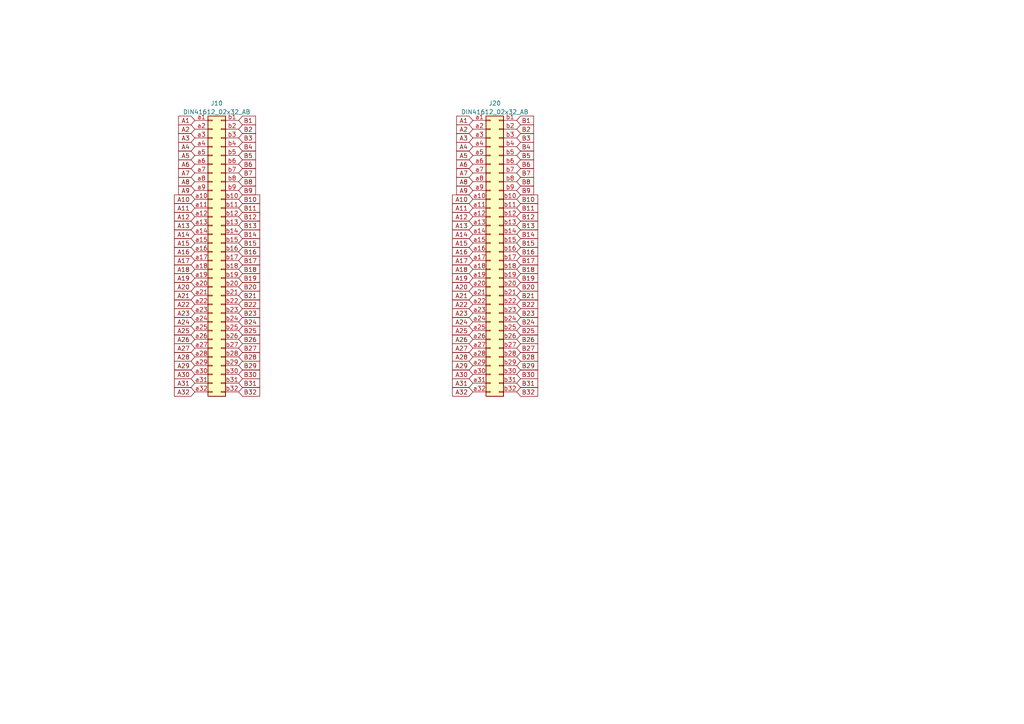
<source format=kicad_sch>
(kicad_sch (version 20211123) (generator eeschema)
  (paper "A4")
  (lib_symbols
    (symbol "Connector:DIN41612_02x32_AB" (pin_names (offset 1.016) hide)
      (property "Reference" "J" (at 1.27 40.64 0))
      (property "Value" "DIN41612_02x32_AB" (at 1.27 -43.18 0))
      (symbol "DIN41612_02x32_AB_1_1"
        (rectangle (start -1.27 -40.513) (end 0 -40.767) (stroke (width 0.1524)))
        (rectangle (start -1.27 -37.973) (end 0 -38.227) (stroke (width 0.1524)))
        (rectangle (start -1.27 -35.433) (end 0 -35.687) (stroke (width 0.1524)))
        (rectangle (start -1.27 -32.893) (end 0 -33.147) (stroke (width 0.1524)))
        (rectangle (start -1.27 -30.353) (end 0 -30.607) (stroke (width 0.1524)))
        (rectangle (start -1.27 -27.813) (end 0 -28.067) (stroke (width 0.1524)))
        (rectangle (start -1.27 -25.273) (end 0 -25.527) (stroke (width 0.1524)))
        (rectangle (start -1.27 -22.733) (end 0 -22.987) (stroke (width 0.1524)))
        (rectangle (start -1.27 -20.193) (end 0 -20.447) (stroke (width 0.1524)))
        (rectangle (start -1.27 -17.653) (end 0 -17.907) (stroke (width 0.1524)))
        (rectangle (start -1.27 -15.113) (end 0 -15.367) (stroke (width 0.1524)))
        (rectangle (start -1.27 -12.573) (end 0 -12.827) (stroke (width 0.1524)))
        (rectangle (start -1.27 -10.033) (end 0 -10.287) (stroke (width 0.1524)))
        (rectangle (start -1.27 -7.493) (end 0 -7.747) (stroke (width 0.1524)))
        (rectangle (start -1.27 -4.953) (end 0 -5.207) (stroke (width 0.1524)))
        (rectangle (start -1.27 -2.413) (end 0 -2.667) (stroke (width 0.1524)))
        (rectangle (start -1.27 0.127) (end 0 -0.127) (stroke (width 0.1524)))
        (rectangle (start -1.27 2.667) (end 0 2.413) (stroke (width 0.1524)))
        (rectangle (start -1.27 5.207) (end 0 4.953) (stroke (width 0.1524)))
        (rectangle (start -1.27 7.747) (end 0 7.493) (stroke (width 0.1524)))
        (rectangle (start -1.27 10.287) (end 0 10.033) (stroke (width 0.1524)))
        (rectangle (start -1.27 12.827) (end 0 12.573) (stroke (width 0.1524)))
        (rectangle (start -1.27 15.367) (end 0 15.113) (stroke (width 0.1524)))
        (rectangle (start -1.27 17.907) (end 0 17.653) (stroke (width 0.1524)))
        (rectangle (start -1.27 20.447) (end 0 20.193) (stroke (width 0.1524)))
        (rectangle (start -1.27 22.987) (end 0 22.733) (stroke (width 0.1524)))
        (rectangle (start -1.27 25.527) (end 0 25.273) (stroke (width 0.1524)))
        (rectangle (start -1.27 28.067) (end 0 27.813) (stroke (width 0.1524)))
        (rectangle (start -1.27 30.607) (end 0 30.353) (stroke (width 0.1524)))
        (rectangle (start -1.27 33.147) (end 0 32.893) (stroke (width 0.1524)))
        (rectangle (start -1.27 35.687) (end 0 35.433) (stroke (width 0.1524)))
        (rectangle (start -1.27 38.227) (end 0 37.973) (stroke (width 0.1524)))
        (rectangle (start -1.27 39.37) (end 3.81 -41.91) (stroke (width 0.254)) (fill (type background)))
        (rectangle (start 3.81 -40.513) (end 2.54 -40.767) (stroke (width 0.1524)))
        (rectangle (start 3.81 -37.973) (end 2.54 -38.227) (stroke (width 0.1524)))
        (rectangle (start 3.81 -35.433) (end 2.54 -35.687) (stroke (width 0.1524)))
        (rectangle (start 3.81 -32.893) (end 2.54 -33.147) (stroke (width 0.1524)))
        (rectangle (start 3.81 -30.353) (end 2.54 -30.607) (stroke (width 0.1524)))
        (rectangle (start 3.81 -27.813) (end 2.54 -28.067) (stroke (width 0.1524)))
        (rectangle (start 3.81 -25.273) (end 2.54 -25.527) (stroke (width 0.1524)))
        (rectangle (start 3.81 -22.733) (end 2.54 -22.987) (stroke (width 0.1524)))
        (rectangle (start 3.81 -20.193) (end 2.54 -20.447) (stroke (width 0.1524)))
        (rectangle (start 3.81 -17.653) (end 2.54 -17.907) (stroke (width 0.1524)))
        (rectangle (start 3.81 -15.113) (end 2.54 -15.367) (stroke (width 0.1524)))
        (rectangle (start 3.81 -12.573) (end 2.54 -12.827) (stroke (width 0.1524)))
        (rectangle (start 3.81 -10.033) (end 2.54 -10.287) (stroke (width 0.1524)))
        (rectangle (start 3.81 -7.493) (end 2.54 -7.747) (stroke (width 0.1524)))
        (rectangle (start 3.81 -4.953) (end 2.54 -5.207) (stroke (width 0.1524)))
        (rectangle (start 3.81 -2.413) (end 2.54 -2.667) (stroke (width 0.1524)))
        (rectangle (start 3.81 0.127) (end 2.54 -0.127) (stroke (width 0.1524)))
        (rectangle (start 3.81 2.667) (end 2.54 2.413) (stroke (width 0.1524)))
        (rectangle (start 3.81 5.207) (end 2.54 4.953) (stroke (width 0.1524)))
        (rectangle (start 3.81 7.747) (end 2.54 7.493) (stroke (width 0.1524)))
        (rectangle (start 3.81 10.287) (end 2.54 10.033) (stroke (width 0.1524)))
        (rectangle (start 3.81 12.827) (end 2.54 12.573) (stroke (width 0.1524)))
        (rectangle (start 3.81 15.367) (end 2.54 15.113) (stroke (width 0.1524)))
        (rectangle (start 3.81 17.907) (end 2.54 17.653) (stroke (width 0.1524)))
        (rectangle (start 3.81 20.447) (end 2.54 20.193) (stroke (width 0.1524)))
        (rectangle (start 3.81 22.987) (end 2.54 22.733) (stroke (width 0.1524)))
        (rectangle (start 3.81 25.527) (end 2.54 25.273) (stroke (width 0.1524)))
        (rectangle (start 3.81 28.067) (end 2.54 27.813) (stroke (width 0.1524)))
        (rectangle (start 3.81 30.607) (end 2.54 30.353) (stroke (width 0.1524)))
        (rectangle (start 3.81 33.147) (end 2.54 32.893) (stroke (width 0.1524)))
        (rectangle (start 3.81 35.687) (end 2.54 35.433) (stroke (width 0.1524)))
        (rectangle (start 3.81 38.227) (end 2.54 37.973) (stroke (width 0.1524)))
        (pin passive line (at -5.08 38.1 0) (length 3.81) (name "Pin_a1") (number "a1"))
        (pin passive line (at -5.08 15.24 0) (length 3.81) (name "Pin_a10") (number "a10"))
        (pin passive line (at -5.08 12.7 0) (length 3.81) (name "Pin_a11") (number "a11"))
        (pin passive line (at -5.08 10.16 0) (length 3.81) (name "Pin_a12") (number "a12"))
        (pin passive line (at -5.08 7.62 0) (length 3.81) (name "Pin_a13") (number "a13"))
        (pin passive line (at -5.08 5.08 0) (length 3.81) (name "Pin_a14") (number "a14"))
        (pin passive line (at -5.08 2.54 0) (length 3.81) (name "Pin_a15") (number "a15"))
        (pin passive line (at -5.08 0 0) (length 3.81) (name "Pin_a16") (number "a16"))
        (pin passive line (at -5.08 -2.54 0) (length 3.81) (name "Pin_a17") (number "a17"))
        (pin passive line (at -5.08 -5.08 0) (length 3.81) (name "Pin_a18") (number "a18"))
        (pin passive line (at -5.08 -7.62 0) (length 3.81) (name "Pin_a19") (number "a19"))
        (pin passive line (at -5.08 35.56 0) (length 3.81) (name "Pin_a2") (number "a2"))
        (pin passive line (at -5.08 -10.16 0) (length 3.81) (name "Pin_a20") (number "a20"))
        (pin passive line (at -5.08 -12.7 0) (length 3.81) (name "Pin_a21") (number "a21"))
        (pin passive line (at -5.08 -15.24 0) (length 3.81) (name "Pin_a22") (number "a22"))
        (pin passive line (at -5.08 -17.78 0) (length 3.81) (name "Pin_a23") (number "a23"))
        (pin passive line (at -5.08 -20.32 0) (length 3.81) (name "Pin_a24") (number "a24"))
        (pin passive line (at -5.08 -22.86 0) (length 3.81) (name "Pin_a25") (number "a25"))
        (pin passive line (at -5.08 -25.4 0) (length 3.81) (name "Pin_a26") (number "a26"))
        (pin passive line (at -5.08 -27.94 0) (length 3.81) (name "Pin_a27") (number "a27"))
        (pin passive line (at -5.08 -30.48 0) (length 3.81) (name "Pin_a28") (number "a28"))
        (pin passive line (at -5.08 -33.02 0) (length 3.81) (name "Pin_a29") (number "a29"))
        (pin passive line (at -5.08 33.02 0) (length 3.81) (name "Pin_a3") (number "a3"))
        (pin passive line (at -5.08 -35.56 0) (length 3.81) (name "Pin_a30") (number "a30"))
        (pin passive line (at -5.08 -38.1 0) (length 3.81) (name "Pin_a31") (number "a31"))
        (pin passive line (at -5.08 -40.64 0) (length 3.81) (name "Pin_a32") (number "a32"))
        (pin passive line (at -5.08 30.48 0) (length 3.81) (name "Pin_a4") (number "a4"))
        (pin passive line (at -5.08 27.94 0) (length 3.81) (name "Pin_a5") (number "a5"))
        (pin passive line (at -5.08 25.4 0) (length 3.81) (name "Pin_a6") (number "a6"))
        (pin passive line (at -5.08 22.86 0) (length 3.81) (name "Pin_a7") (number "a7"))
        (pin passive line (at -5.08 20.32 0) (length 3.81) (name "Pin_a8") (number "a8"))
        (pin passive line (at -5.08 17.78 0) (length 3.81) (name "Pin_a9") (number "a9"))
        (pin passive line (at 7.62 38.1 180) (length 3.81) (name "Pin_b1") (number "b1"))
        (pin passive line (at 7.62 15.24 180) (length 3.81) (name "Pin_b10") (number "b10"))
        (pin passive line (at 7.62 12.7 180) (length 3.81) (name "Pin_b11") (number "b11"))
        (pin passive line (at 7.62 10.16 180) (length 3.81) (name "Pin_b12") (number "b12"))
        (pin passive line (at 7.62 7.62 180) (length 3.81) (name "Pin_b13") (number "b13"))
        (pin passive line (at 7.62 5.08 180) (length 3.81) (name "Pin_b14") (number "b14"))
        (pin passive line (at 7.62 2.54 180) (length 3.81) (name "Pin_b15") (number "b15"))
        (pin passive line (at 7.62 0 180) (length 3.81) (name "Pin_b16") (number "b16"))
        (pin passive line (at 7.62 -2.54 180) (length 3.81) (name "Pin_b17") (number "b17"))
        (pin passive line (at 7.62 -5.08 180) (length 3.81) (name "Pin_b18") (number "b18"))
        (pin passive line (at 7.62 -7.62 180) (length 3.81) (name "Pin_b19") (number "b19"))
        (pin passive line (at 7.62 35.56 180) (length 3.81) (name "Pin_b2") (number "b2"))
        (pin passive line (at 7.62 -10.16 180) (length 3.81) (name "Pin_b20") (number "b20"))
        (pin passive line (at 7.62 -12.7 180) (length 3.81) (name "Pin_b21") (number "b21"))
        (pin passive line (at 7.62 -15.24 180) (length 3.81) (name "Pin_b22") (number "b22"))
        (pin passive line (at 7.62 -17.78 180) (length 3.81) (name "Pin_b23") (number "b23"))
        (pin passive line (at 7.62 -20.32 180) (length 3.81) (name "Pin_b24") (number "b24"))
        (pin passive line (at 7.62 -22.86 180) (length 3.81) (name "Pin_b25") (number "b25"))
        (pin passive line (at 7.62 -25.4 180) (length 3.81) (name "Pin_b26") (number "b26"))
        (pin passive line (at 7.62 -27.94 180) (length 3.81) (name "Pin_b27") (number "b27"))
        (pin passive line (at 7.62 -30.48 180) (length 3.81) (name "Pin_b28") (number "b28"))
        (pin passive line (at 7.62 -33.02 180) (length 3.81) (name "Pin_b29") (number "b29"))
        (pin passive line (at 7.62 33.02 180) (length 3.81) (name "Pin_b3") (number "b3"))
        (pin passive line (at 7.62 -35.56 180) (length 3.81) (name "Pin_b30") (number "b30"))
        (pin passive line (at 7.62 -38.1 180) (length 3.81) (name "Pin_b31") (number "b31"))
        (pin passive line (at 7.62 -40.64 180) (length 3.81) (name "Pin_b32") (number "b32"))
        (pin passive line (at 7.62 30.48 180) (length 3.81) (name "Pin_b4") (number "b4"))
        (pin passive line (at 7.62 27.94 180) (length 3.81) (name "Pin_b5") (number "b5"))
        (pin passive line (at 7.62 25.4 180) (length 3.81) (name "Pin_b6") (number "b6"))
        (pin passive line (at 7.62 22.86 180) (length 3.81) (name "Pin_b7") (number "b7"))
        (pin passive line (at 7.62 20.32 180) (length 3.81) (name "Pin_b8") (number "b8"))
        (pin passive line (at 7.62 17.78 180) (length 3.81) (name "Pin_b9") (number "b9"))
      )
    )
  )
  (global_label "B8" (shape input) (at 149.86 52.705 0) (property "Intersheet References" "${INTERSHEET_REFS}" (effects hide)))
  (global_label "A24" (shape input) (at 137.16 93.345 180) (property "Intersheet References" "${INTERSHEET_REFS}" (effects hide)))
  (global_label "B1" (shape input) (at 69.215 34.925 0) (property "Intersheet References" "${INTERSHEET_REFS}" (effects hide)))
  (global_label "B19" (shape input) (at 69.215 80.645 0) (property "Intersheet References" "${INTERSHEET_REFS}" (effects hide)))
  (global_label "A25" (shape input) (at 137.16 95.885 180) (property "Intersheet References" "${INTERSHEET_REFS}" (effects hide)))
  (global_label "B20" (shape input) (at 69.215 83.185 0) (property "Intersheet References" "${INTERSHEET_REFS}" (effects hide)))
  (global_label "B25" (shape input) (at 69.215 95.885 0) (property "Intersheet References" "${INTERSHEET_REFS}" (effects hide)))
  (global_label "B4" (shape input) (at 149.86 42.545 0) (property "Intersheet References" "${INTERSHEET_REFS}" (effects hide)))
  (global_label "A32" (shape input) (at 56.515 113.665 180) (property "Intersheet References" "${INTERSHEET_REFS}" (effects hide)))
  (global_label "B10" (shape input) (at 69.215 57.785 0) (property "Intersheet References" "${INTERSHEET_REFS}" (effects hide)))
  (global_label "A32" (shape input) (at 137.16 113.665 180) (property "Intersheet References" "${INTERSHEET_REFS}" (effects hide)))
  (global_label "A1" (shape input) (at 137.16 34.925 180) (property "Intersheet References" "${INTERSHEET_REFS}" (effects hide)))
  (global_label "B12" (shape input) (at 69.215 62.865 0) (property "Intersheet References" "${INTERSHEET_REFS}" (effects hide)))
  (global_label "A7" (shape input) (at 137.16 50.165 180) (property "Intersheet References" "${INTERSHEET_REFS}" (effects hide)))
  (global_label "A29" (shape input) (at 137.16 106.045 180) (property "Intersheet References" "${INTERSHEET_REFS}" (effects hide)))
  (global_label "A10" (shape input) (at 56.515 57.785 180) (property "Intersheet References" "${INTERSHEET_REFS}" (effects hide)))
  (global_label "B30" (shape input) (at 69.215 108.585 0) (property "Intersheet References" "${INTERSHEET_REFS}" (effects hide)))
  (global_label "A4" (shape input) (at 137.16 42.545 180) (property "Intersheet References" "${INTERSHEET_REFS}" (effects hide)))
  (global_label "A5" (shape input) (at 137.16 45.085 180) (property "Intersheet References" "${INTERSHEET_REFS}" (effects hide)))
  (global_label "A17" (shape input) (at 137.16 75.565 180) (property "Intersheet References" "${INTERSHEET_REFS}" (effects hide)))
  (global_label "A3" (shape input) (at 56.515 40.005 180) (property "Intersheet References" "${INTERSHEET_REFS}" (effects hide)))
  (global_label "A13" (shape input) (at 56.515 65.405 180) (property "Intersheet References" "${INTERSHEET_REFS}" (effects hide)))
  (global_label "A11" (shape input) (at 56.515 60.325 180) (property "Intersheet References" "${INTERSHEET_REFS}" (effects hide)))
  (global_label "B4" (shape input) (at 69.215 42.545 0) (property "Intersheet References" "${INTERSHEET_REFS}" (effects hide)))
  (global_label "B32" (shape input) (at 149.86 113.665 0) (property "Intersheet References" "${INTERSHEET_REFS}" (effects hide)))
  (global_label "B23" (shape input) (at 149.86 90.805 0) (property "Intersheet References" "${INTERSHEET_REFS}" (effects hide)))
  (global_label "B24" (shape input) (at 149.86 93.345 0) (property "Intersheet References" "${INTERSHEET_REFS}" (effects hide)))
  (global_label "A21" (shape input) (at 56.515 85.725 180) (property "Intersheet References" "${INTERSHEET_REFS}" (effects hide)))
  (global_label "B10" (shape input) (at 149.86 57.785 0) (property "Intersheet References" "${INTERSHEET_REFS}" (effects hide)))
  (global_label "B5" (shape input) (at 69.215 45.085 0) (property "Intersheet References" "${INTERSHEET_REFS}" (effects hide)))
  (global_label "A19" (shape input) (at 137.16 80.645 180) (property "Intersheet References" "${INTERSHEET_REFS}" (effects hide)))
  (global_label "B18" (shape input) (at 149.86 78.105 0) (property "Intersheet References" "${INTERSHEET_REFS}" (effects hide)))
  (global_label "B16" (shape input) (at 69.215 73.025 0) (property "Intersheet References" "${INTERSHEET_REFS}" (effects hide)))
  (global_label "B17" (shape input) (at 149.86 75.565 0) (property "Intersheet References" "${INTERSHEET_REFS}" (effects hide)))
  (global_label "A28" (shape input) (at 137.16 103.505 180) (property "Intersheet References" "${INTERSHEET_REFS}" (effects hide)))
  (global_label "B9" (shape input) (at 149.86 55.245 0) (property "Intersheet References" "${INTERSHEET_REFS}" (effects hide)))
  (global_label "A23" (shape input) (at 137.16 90.805 180) (property "Intersheet References" "${INTERSHEET_REFS}" (effects hide)))
  (global_label "B2" (shape input) (at 149.86 37.465 0) (property "Intersheet References" "${INTERSHEET_REFS}" (effects hide)))
  (global_label "B22" (shape input) (at 149.86 88.265 0) (property "Intersheet References" "${INTERSHEET_REFS}" (effects hide)))
  (global_label "A20" (shape input) (at 56.515 83.185 180) (property "Intersheet References" "${INTERSHEET_REFS}" (effects hide)))
  (global_label "B11" (shape input) (at 149.86 60.325 0) (property "Intersheet References" "${INTERSHEET_REFS}" (effects hide)))
  (global_label "B1" (shape input) (at 149.86 34.925 0) (property "Intersheet References" "${INTERSHEET_REFS}" (effects hide)))
  (global_label "B28" (shape input) (at 69.215 103.505 0) (property "Intersheet References" "${INTERSHEET_REFS}" (effects hide)))
  (global_label "A29" (shape input) (at 56.515 106.045 180) (property "Intersheet References" "${INTERSHEET_REFS}" (effects hide)))
  (global_label "A13" (shape input) (at 137.16 65.405 180) (property "Intersheet References" "${INTERSHEET_REFS}" (effects hide)))
  (global_label "A31" (shape input) (at 137.16 111.125 180) (property "Intersheet References" "${INTERSHEET_REFS}" (effects hide)))
  (global_label "A15" (shape input) (at 56.515 70.485 180) (property "Intersheet References" "${INTERSHEET_REFS}" (effects hide)))
  (global_label "A6" (shape input) (at 56.515 47.625 180) (property "Intersheet References" "${INTERSHEET_REFS}" (effects hide)))
  (global_label "A7" (shape input) (at 56.515 50.165 180) (property "Intersheet References" "${INTERSHEET_REFS}" (effects hide)))
  (global_label "A14" (shape input) (at 137.16 67.945 180) (property "Intersheet References" "${INTERSHEET_REFS}" (effects hide)))
  (global_label "B27" (shape input) (at 69.215 100.965 0) (property "Intersheet References" "${INTERSHEET_REFS}" (effects hide)))
  (global_label "A5" (shape input) (at 56.515 45.085 180) (property "Intersheet References" "${INTERSHEET_REFS}" (effects hide)))
  (global_label "B6" (shape input) (at 69.215 47.625 0) (property "Intersheet References" "${INTERSHEET_REFS}" (effects hide)))
  (global_label "A22" (shape input) (at 137.16 88.265 180) (property "Intersheet References" "${INTERSHEET_REFS}" (effects hide)))
  (global_label "A27" (shape input) (at 56.515 100.965 180) (property "Intersheet References" "${INTERSHEET_REFS}" (effects hide)))
  (global_label "B7" (shape input) (at 149.86 50.165 0) (property "Intersheet References" "${INTERSHEET_REFS}" (effects hide)))
  (global_label "A30" (shape input) (at 56.515 108.585 180) (property "Intersheet References" "${INTERSHEET_REFS}" (effects hide)))
  (global_label "B30" (shape input) (at 149.86 108.585 0) (property "Intersheet References" "${INTERSHEET_REFS}" (effects hide)))
  (global_label "B26" (shape input) (at 149.86 98.425 0) (property "Intersheet References" "${INTERSHEET_REFS}" (effects hide)))
  (global_label "B31" (shape input) (at 149.86 111.125 0) (property "Intersheet References" "${INTERSHEET_REFS}" (effects hide)))
  (global_label "A18" (shape input) (at 137.16 78.105 180) (property "Intersheet References" "${INTERSHEET_REFS}" (effects hide)))
  (global_label "B12" (shape input) (at 149.86 62.865 0) (property "Intersheet References" "${INTERSHEET_REFS}" (effects hide)))
  (global_label "A16" (shape input) (at 137.16 73.025 180) (property "Intersheet References" "${INTERSHEET_REFS}" (effects hide)))
  (global_label "A9" (shape input) (at 56.515 55.245 180) (property "Intersheet References" "${INTERSHEET_REFS}" (effects hide)))
  (global_label "B3" (shape input) (at 149.86 40.005 0) (property "Intersheet References" "${INTERSHEET_REFS}" (effects hide)))
  (global_label "B25" (shape input) (at 149.86 95.885 0) (property "Intersheet References" "${INTERSHEET_REFS}" (effects hide)))
  (global_label "B23" (shape input) (at 69.215 90.805 0) (property "Intersheet References" "${INTERSHEET_REFS}" (effects hide)))
  (global_label "B11" (shape input) (at 69.215 60.325 0) (property "Intersheet References" "${INTERSHEET_REFS}" (effects hide)))
  (global_label "B29" (shape input) (at 149.86 106.045 0) (property "Intersheet References" "${INTERSHEET_REFS}" (effects hide)))
  (global_label "B27" (shape input) (at 149.86 100.965 0) (property "Intersheet References" "${INTERSHEET_REFS}" (effects hide)))
  (global_label "B15" (shape input) (at 69.215 70.485 0) (property "Intersheet References" "${INTERSHEET_REFS}" (effects hide)))
  (global_label "A24" (shape input) (at 56.515 93.345 180) (property "Intersheet References" "${INTERSHEET_REFS}" (effects hide)))
  (global_label "B8" (shape input) (at 69.215 52.705 0) (property "Intersheet References" "${INTERSHEET_REFS}" (effects hide)))
  (global_label "B31" (shape input) (at 69.215 111.125 0) (property "Intersheet References" "${INTERSHEET_REFS}" (effects hide)))
  (global_label "B13" (shape input) (at 149.86 65.405 0) (property "Intersheet References" "${INTERSHEET_REFS}" (effects hide)))
  (global_label "B13" (shape input) (at 69.215 65.405 0) (property "Intersheet References" "${INTERSHEET_REFS}" (effects hide)))
  (global_label "B26" (shape input) (at 69.215 98.425 0) (property "Intersheet References" "${INTERSHEET_REFS}" (effects hide)))
  (global_label "B16" (shape input) (at 149.86 73.025 0) (property "Intersheet References" "${INTERSHEET_REFS}" (effects hide)))
  (global_label "B22" (shape input) (at 69.215 88.265 0) (property "Intersheet References" "${INTERSHEET_REFS}" (effects hide)))
  (global_label "B14" (shape input) (at 149.86 67.945 0) (property "Intersheet References" "${INTERSHEET_REFS}" (effects hide)))
  (global_label "B19" (shape input) (at 149.86 80.645 0) (property "Intersheet References" "${INTERSHEET_REFS}" (effects hide)))
  (global_label "A25" (shape input) (at 56.515 95.885 180) (property "Intersheet References" "${INTERSHEET_REFS}" (effects hide)))
  (global_label "B5" (shape input) (at 149.86 45.085 0) (property "Intersheet References" "${INTERSHEET_REFS}" (effects hide)))
  (global_label "A11" (shape input) (at 137.16 60.325 180) (property "Intersheet References" "${INTERSHEET_REFS}" (effects hide)))
  (global_label "B32" (shape input) (at 69.215 113.665 0) (property "Intersheet References" "${INTERSHEET_REFS}" (effects hide)))
  (global_label "B15" (shape input) (at 149.86 70.485 0) (property "Intersheet References" "${INTERSHEET_REFS}" (effects hide)))
  (global_label "B20" (shape input) (at 149.86 83.185 0) (property "Intersheet References" "${INTERSHEET_REFS}" (effects hide)))
  (global_label "A12" (shape input) (at 56.515 62.865 180) (property "Intersheet References" "${INTERSHEET_REFS}" (effects hide)))
  (global_label "A2" (shape input) (at 56.515 37.465 180) (property "Intersheet References" "${INTERSHEET_REFS}" (effects hide)))
  (global_label "B3" (shape input) (at 69.215 40.005 0) (property "Intersheet References" "${INTERSHEET_REFS}" (effects hide)))
  (global_label "B14" (shape input) (at 69.215 67.945 0) (property "Intersheet References" "${INTERSHEET_REFS}" (effects hide)))
  (global_label "A1" (shape input) (at 56.515 34.925 180) (property "Intersheet References" "${INTERSHEET_REFS}" (effects hide)))
  (global_label "A9" (shape input) (at 137.16 55.245 180) (property "Intersheet References" "${INTERSHEET_REFS}" (effects hide)))
  (global_label "A8" (shape input) (at 56.515 52.705 180) (property "Intersheet References" "${INTERSHEET_REFS}" (effects hide)))
  (global_label "B21" (shape input) (at 149.86 85.725 0) (property "Intersheet References" "${INTERSHEET_REFS}" (effects hide)))
  (global_label "A26" (shape input) (at 56.515 98.425 180) (property "Intersheet References" "${INTERSHEET_REFS}" (effects hide)))
  (global_label "A31" (shape input) (at 56.515 111.125 180) (property "Intersheet References" "${INTERSHEET_REFS}" (effects hide)))
  (global_label "A23" (shape input) (at 56.515 90.805 180) (property "Intersheet References" "${INTERSHEET_REFS}" (effects hide)))
  (global_label "B6" (shape input) (at 149.86 47.625 0) (property "Intersheet References" "${INTERSHEET_REFS}" (effects hide)))
  (global_label "A4" (shape input) (at 56.515 42.545 180) (property "Intersheet References" "${INTERSHEET_REFS}" (effects hide)))
  (global_label "B7" (shape input) (at 69.215 50.165 0) (property "Intersheet References" "${INTERSHEET_REFS}" (effects hide)))
  (global_label "A16" (shape input) (at 56.515 73.025 180) (property "Intersheet References" "${INTERSHEET_REFS}" (effects hide)))
  (global_label "B29" (shape input) (at 69.215 106.045 0) (property "Intersheet References" "${INTERSHEET_REFS}" (effects hide)))
  (global_label "A2" (shape input) (at 137.16 37.465 180) (property "Intersheet References" "${INTERSHEET_REFS}" (effects hide)))
  (global_label "A17" (shape input) (at 56.515 75.565 180) (property "Intersheet References" "${INTERSHEET_REFS}" (effects hide)))
  (global_label "A28" (shape input) (at 56.515 103.505 180) (property "Intersheet References" "${INTERSHEET_REFS}" (effects hide)))
  (global_label "A22" (shape input) (at 56.515 88.265 180) (property "Intersheet References" "${INTERSHEET_REFS}" (effects hide)))
  (global_label "B2" (shape input) (at 69.215 37.465 0) (property "Intersheet References" "${INTERSHEET_REFS}" (effects hide)))
  (global_label "A27" (shape input) (at 137.16 100.965 180) (property "Intersheet References" "${INTERSHEET_REFS}" (effects hide)))
  (global_label "A12" (shape input) (at 137.16 62.865 180) (property "Intersheet References" "${INTERSHEET_REFS}" (effects hide)))
  (global_label "A18" (shape input) (at 56.515 78.105 180) (property "Intersheet References" "${INTERSHEET_REFS}" (effects hide)))
  (global_label "A15" (shape input) (at 137.16 70.485 180) (property "Intersheet References" "${INTERSHEET_REFS}" (effects hide)))
  (global_label "A26" (shape input) (at 137.16 98.425 180) (property "Intersheet References" "${INTERSHEET_REFS}" (effects hide)))
  (global_label "B24" (shape input) (at 69.215 93.345 0) (property "Intersheet References" "${INTERSHEET_REFS}" (effects hide)))
  (global_label "A8" (shape input) (at 137.16 52.705 180) (property "Intersheet References" "${INTERSHEET_REFS}" (effects hide)))
  (global_label "B17" (shape input) (at 69.215 75.565 0) (property "Intersheet References" "${INTERSHEET_REFS}" (effects hide)))
  (global_label "B21" (shape input) (at 69.215 85.725 0) (property "Intersheet References" "${INTERSHEET_REFS}" (effects hide)))
  (global_label "A19" (shape input) (at 56.515 80.645 180) (property "Intersheet References" "${INTERSHEET_REFS}" (effects hide)))
  (global_label "A10" (shape input) (at 137.16 57.785 180) (property "Intersheet References" "${INTERSHEET_REFS}" (effects hide)))
  (global_label "A6" (shape input) (at 137.16 47.625 180) (property "Intersheet References" "${INTERSHEET_REFS}" (effects hide)))
  (global_label "A14" (shape input) (at 56.515 67.945 180) (property "Intersheet References" "${INTERSHEET_REFS}" (effects hide)))
  (global_label "A30" (shape input) (at 137.16 108.585 180) (property "Intersheet References" "${INTERSHEET_REFS}" (effects hide)))
  (global_label "A20" (shape input) (at 137.16 83.185 180) (property "Intersheet References" "${INTERSHEET_REFS}" (effects hide)))
  (global_label "B9" (shape input) (at 69.215 55.245 0) (property "Intersheet References" "${INTERSHEET_REFS}" (effects hide)))
  (global_label "A21" (shape input) (at 137.16 85.725 180) (property "Intersheet References" "${INTERSHEET_REFS}" (effects hide)))
  (global_label "B18" (shape input) (at 69.215 78.105 0) (property "Intersheet References" "${INTERSHEET_REFS}" (effects hide)))
  (global_label "A3" (shape input) (at 137.16 40.005 180) (property "Intersheet References" "${INTERSHEET_REFS}" (effects hide)))
  (global_label "B28" (shape input) (at 149.86 103.505 0) (property "Intersheet References" "${INTERSHEET_REFS}" (effects hide)))
  (symbol (lib_id "Connector:DIN41612_02x32_AB") (at 142.24 73.025 0) (unit 1)
    (property "Reference" "J20" (at 143.51 29.9552 0))
    (property "Value" "DIN41612_02x32_AB" (at 143.51 32.4921 0))
    (property "Footprint" "Connector_DIN:DIN41612_B_2x32_Male_Horizontal_THT" (effects hide))
  )
  (symbol (lib_id "Connector:DIN41612_02x32_AB") (at 61.595 73.025 0) (unit 1)
    (property "Reference" "J10" (at 62.865 29.9552 0))
    (property "Value" "DIN41612_02x32_AB" (at 62.865 32.4921 0))
    (property "Footprint" "PCN10C-64S-2:DIN41612_B_2x32_Male_Horizontal_THT" (effects hide))
  )
)
</source>
